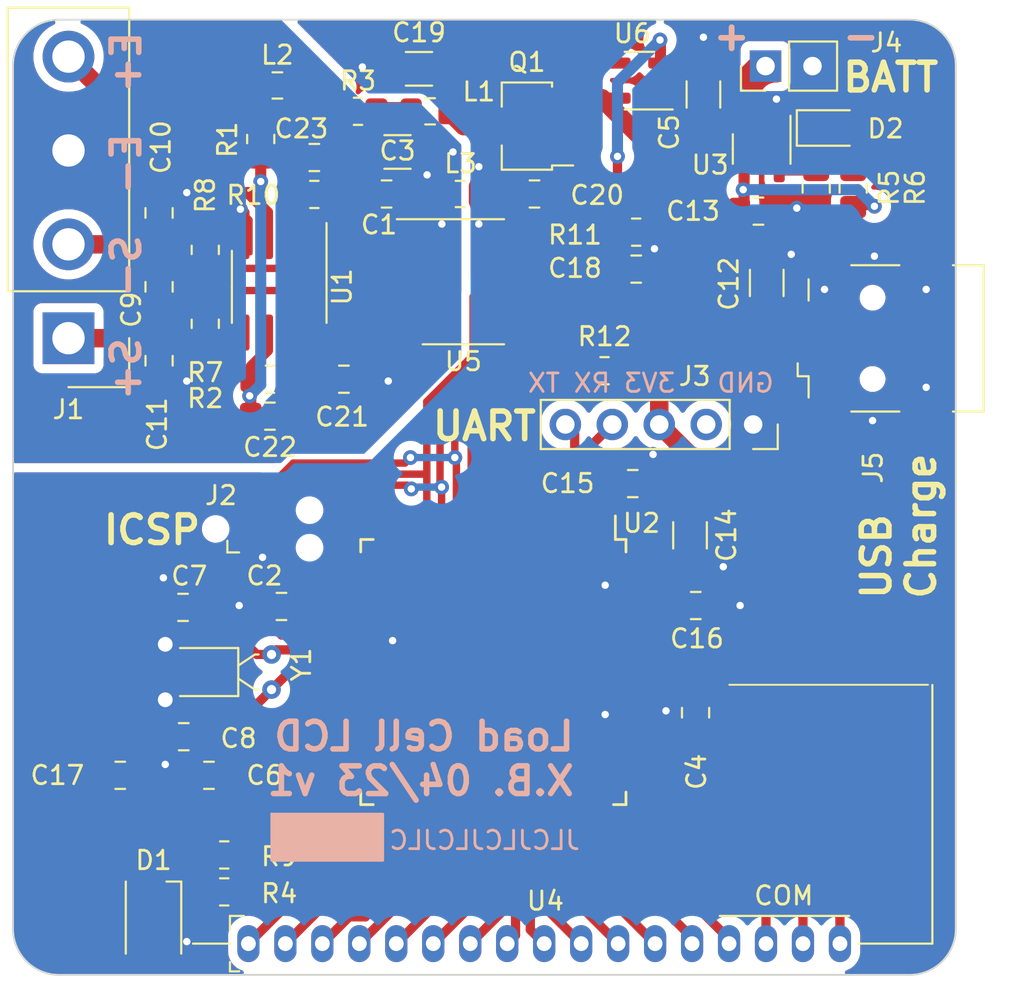
<source format=kicad_pcb>
(kicad_pcb (version 20221018) (generator pcbnew)
  (title_block (title "Load cell ctrl") (rev "v0") (company "Xavier Bourlot"))
  (layers (0 "F.Cu" signal) (31 "B.Cu" signal) (34 "B.Paste" user) (35 "F.Paste" user) (36 "B.SilkS" user "B.Silkscreen") (37 "F.SilkS" user "F.Silkscreen") (38 "B.Mask" user) (39 "F.Mask" user) (44 "Edge.Cuts" user))
  (net 0 "")
  (net 1 "+5V")
  (net 2 "+3.3V")
  (net 3 "GND")
  (net 4 "VDD")
  (net 5 "/Voutp")
  (net 6 "VDDA")
  (net 7 "GNDA")
  (net 8 "/Vfbp")
  (net 9 "/Vinn")
  (net 10 "/Vinp")
  (net 11 "/Vfbn")
  (net 12 "/Voutn")
  (net 30 "+BATT")
  (net 31 "/XT1")
  (net 32 "/XT2")
  (net 34 "/RX")
  (net 35 "/TX")
  (net 36 "/COM3")
  (net 37 "/COM2")
  (net 38 "/COM1")
  (net 39 "/COM0")
  (net 40 "Net-(D2-K)")
  (net 41 "Net-(D2-A)")
  (net 42 "Net-(L1-Pad1)")
  (net 43 "Net-(U3-PROG)")
  (net 47 "/Vinp_f")
  (net 48 "/Vinn_f")
  (net 49 "/Vlcdcap")
  (net 50 "/Aref")
  (net 51 "/SCK")
  (net 52 "/SEG12")
  (net 53 "/SEG11")
  (net 54 "/SEG10")
  (net 55 "/SEG9")
  (net 56 "/SEG8")
  (net 57 "/SEG7")
  (net 58 "/SEG6")
  (net 59 "/SEG5")
  (net 60 "/SEG4")
  (net 61 "/SEG3")
  (net 62 "/SEG2")
  (net 63 "/SEG1")
  (net 64 "/SEG0")
  (net 65 "/BTN0")
  (net 66 "/BTN1")
  (net 67 "Net-(D1-A1)")
  (net 68 "Net-(D1-A2)")
  (net 69 "/LED_1")
  (net 70 "/LED_0")
  (net 71 "/MISO")
  (net 72 "/~{RST}")
  (net 73 "/MOSI")
  (net 74 "/LC_SW")
  (net 75 "/PWR_en")
  (net 77 "/~{CSB}")
  (net 78 "/~{IRQ}")
  (net 80 "Net-(U6-~{SHDN})")
  (net 82 "Net-(J1-Pin_4)")
  (footprint "Capacitor_SMD:C_0805_2012Metric_Pad1.18x1.45mm_HandSolder" (layer "F.Cu") (at 102.21 35.935 180)
    (fp_text reference "C20")
    (fp_text value "100n")
  )
  (footprint "Capacitor_SMD:C_1206_3216Metric_Pad1.33x1.80mm_HandSolder" (layer "F.Cu") (at 110.625 54.41 -90)
    (fp_text reference "C14")
    (fp_text value "10u")
  )
  (footprint "Resistor_SMD:R_0805_2012Metric_Pad1.20x1.40mm_HandSolder" (layer "F.Cu") (at 87.4 32.96 -90)
    (fp_text reference "R1")
    (fp_text value "220")
  )
  (footprint "Capacitor_SMD:C_0805_2012Metric_Pad1.18x1.45mm_HandSolder" (layer "F.Cu") (at 83.235 65.31 180)
    (fp_text reference "C8")
    (fp_text value "DNP")
  )
  (footprint "Inductor_SMD:L_0805_2012Metric_Pad1.15x1.40mm_HandSolder" (layer "F.Cu") (at 96.5625 31.46)
    (fp_text reference "L1")
    (fp_text value "10u")
  )
  (footprint "Capacitor_SMD:C_0805_2012Metric_Pad1.18x1.45mm_HandSolder" (layer "F.Cu") (at 88.5225 58.26 180)
    (fp_text reference "C2")
    (fp_text value "100n")
  )
  (footprint "Capacitor_SMD:C_0805_2012Metric_Pad1.18x1.45mm_HandSolder" (layer "F.Cu") (at 87.9 47.96 180)
    (fp_text reference "C22")
    (fp_text value "10n")
  )
  (footprint "Resistor_SMD:R_0805_2012Metric_Pad1.20x1.40mm_HandSolder" (layer "F.Cu") (at 117.45 35.6375 -90)
    (fp_text reference "R5")
    (fp_text value "5k1")
  )
  (footprint "Connector:Tag-Connect_TC2030-IDC-NL_2x03_P1.27mm_Vertical" (layer "F.Cu") (at 87.5 54.065)
    (fp_text reference "J2")
    (fp_text value "ICSP_TagConnect")
  )
  (footprint "Package_TO_SOT_SMD:SOT-89-3_Handsoldering" (layer "F.Cu") (at 101.8 32.26 180)
    (fp_text reference "Q1")
    (fp_text value "Q_PMOS_GDS")
  )
  (footprint "Capacitor_SMD:C_0805_2012Metric_Pad1.18x1.45mm_HandSolder" (layer "F.Cu") (at 94.21 35.935)
    (fp_text reference "C1")
    (fp_text value "100n")
  )
  (footprint "Package_TO_SOT_SMD:SOT-23-5" (layer "F.Cu") (at 114.5 33.5 -90)
    (fp_text reference "U3")
    (fp_text value "MCP73831-2-OT")
  )
  (footprint "Connector_PinHeader_2.54mm:PinHeader_1x02_P2.54mm_Vertical" (layer "F.Cu") (at 114.71 29.0125 90)
    (fp_text reference "J4")
    (fp_text value "BATT")
  )
  (footprint "Capacitor_SMD:C_0805_2012Metric_Pad1.18x1.45mm_HandSolder" (layer "F.Cu") (at 79.8 67.4)
    (fp_text reference "C17")
    (fp_text value "100n")
  )
  (footprint "Capacitor_SMD:C_0805_2012Metric_Pad1.18x1.45mm_HandSolder" (layer "F.Cu") (at 114.325 36.8625)
    (fp_text reference "C13")
    (fp_text value "100n")
  )
  (footprint "Capacitor_SMD:C_0805_2012Metric_Pad1.18x1.45mm_HandSolder" (layer "F.Cu") (at 107.7125 40)
    (fp_text reference "C18")
    (fp_text value "100n")
  )
  (footprint "Capacitor_SMD:C_0805_2012Metric_Pad1.18x1.45mm_HandSolder" (layer "F.Cu") (at 110.935 58.21)
    (fp_text reference "C16")
    (fp_text value "100n")
  )
  (footprint "Capacitor_SMD:C_0805_2012Metric_Pad1.18x1.45mm_HandSolder" (layer "F.Cu") (at 107.525 51.61)
    (fp_text reference "C15")
    (fp_text value "1u")
  )
  (footprint "Resistor_SMD:R_0805_2012Metric_Pad1.20x1.40mm_HandSolder" (layer "F.Cu") (at 90.3 35.96 180)
    (fp_text reference "R10")
    (fp_text value "47k")
  )
  (footprint "Capacitor_SMD:C_0805_2012Metric_Pad1.18x1.45mm_HandSolder" (layer "F.Cu") (at 91.9 45.96)
    (fp_text reference "C21")
    (fp_text value "100n")
  )
  (footprint "Package_SO:SOIC-8_3.9x4.9mm_P1.27mm" (layer "F.Cu") (at 88.4 40.96 -90)
    (fp_text reference "U1")
    (fp_text value "MCP6V67EMS")
  )
  (footprint "Resistor_SMD:R_0805_2012Metric_Pad1.20x1.40mm_HandSolder" (layer "F.Cu") (at 92.6625 31.46)
    (fp_text reference "R3")
    (fp_text value "10")
  )
  (footprint "Capacitor_SMD:C_0805_2012Metric_Pad1.18x1.45mm_HandSolder" (layer "F.Cu") (at 83.1975 58.31 180)
    (fp_text reference "C7")
    (fp_text value "DNP")
  )
  (footprint "Resistor_SMD:R_0805_2012Metric_Pad1.20x1.40mm_HandSolder" (layer "F.Cu") (at 87.9 45.96)
    (fp_text reference "R2")
    (fp_text value "47k")
  )
  (footprint "LED_SMD:LED_Cree-PLCC4_3.2x2.8mm_CCW" (layer "F.Cu") (at 81.6 75.1 -90)
    (fp_text reference "D1")
    (fp_text value "LED_Dual")
  )
  (footprint "Resistor_SMD:R_0805_2012Metric_Pad1.20x1.40mm_HandSolder" (layer "F.Cu") (at 84.4 42.96 -90)
    (fp_text reference "R7")
    (fp_text value "220")
  )
  (footprint "Capacitor_SMD:C_1206_3216Metric_Pad1.33x1.80mm_HandSolder" (layer "F.Cu") (at 111.35 30.55 90)
    (fp_text reference "C5")
    (fp_text value "10u")
  )
  (footprint "Crystal:Crystal_C26-LF_D2.1mm_L6.5mm_Horizontal_1EP_style2" (layer "F.Cu") (at 87.985 60.86 -90)
    (fp_text reference "Y1")
    (fp_text value "DNP")
  )
  (footprint "footprints:GDC0570_LCD_6digits_2mmPitch" (layer "F.Cu") (at 102.735 76.51)
    (fp_text reference "U4")
    (fp_text value "GDC0570")
  )
  (footprint "Capacitor_SMD:C_1206_3216Metric_Pad1.33x1.80mm_HandSolder" (layer "F.Cu") (at 95.9625 29.16 180)
    (fp_text reference "C19")
    (fp_text value "10u")
  )
  (footprint "Resistor_SMD:R_0805_2012Metric_Pad1.20x1.40mm_HandSolder" (layer "F.Cu") (at 85.425 73.71 180)
    (fp_text reference "R4")
    (fp_text value "1k")
  )
  (footprint "Resistor_SMD:R_0805_2012Metric_Pad1.20x1.40mm_HandSolder" (layer "F.Cu") (at 107.7125 38)
    (fp_text reference "R11")
    (fp_text value "1Meg")
  )
  (footprint "Connector_PinSocket_2.54mm:PinSocket_1x05_P2.54mm_Vertical" (layer "F.Cu") (at 114.04 48.41 -90)
    (fp_text reference "J3")
    (fp_text value "UART")
  )
  (footprint "Capacitor_SMD:C_1206_3216Metric_Pad1.33x1.80mm_HandSolder" (layer "F.Cu") (at 114.775 40.75 90)
    (fp_text reference "C12")
    (fp_text value "10u")
  )
  (footprint "LED_SMD:LED_0805_2012Metric_Pad1.15x1.40mm_HandSolder" (layer "F.Cu") (at 118.2625 32.3625)
    (fp_text reference "D2")
    (fp_text value "CHG")
  )
  (footprint "Package_SO:TSSOP-20_4.4x6.5mm_P0.65mm" (layer "F.Cu") (at 98.3625 40.685)
    (fp_text reference "U5")
    (fp_text value "MCP3462")
  )
  (footprint "Inductor_SMD:L_0805_2012Metric_Pad1.15x1.40mm_HandSolder" (layer "F.Cu") (at 98.21 35.935)
    (fp_text reference "L3")
    (fp_text value "10u")
  )
  (footprint "Capacitor_SMD:C_0805_2012Metric_Pad1.18x1.45mm_HandSolder" (layer "F.Cu") (at 110.925 64.01 90)
    (fp_text reference "C4")
    (fp_text value "100n")
  )
  (footprint "Capacitor_SMD:C_0805_2012Metric_Pad1.18x1.45mm_HandSolder" (layer "F.Cu") (at 84.6 67.4 180)
    (fp_text reference "C6")
    (fp_text value "100n")
  )
  (footprint "Capacitor_SMD:C_0805_2012Metric_Pad1.18x1.45mm_HandSolder" (layer "F.Cu") (at 81.9 44.96 90)
    (fp_text reference "C11")
    (fp_text value "10n")
  )
  (footprint "Resistor_SMD:R_0805_2012Metric_Pad1.20x1.40mm_HandSolder" (layer "F.Cu") (at 85.425 71.71 180)
    (fp_text reference "R9")
    (fp_text value "1k")
  )
  (footprint "Connector_USB:USB_Mini-B_Wuerth_65100516121_Horizontal" (layer "F.Cu") (at 120.5 43.75 90)
    (fp_text reference "J5")
    (fp_text value "USB_B_Micro")
  )
  (footprint "Resistor_SMD:R_0805_2012Metric_Pad1.20x1.40mm_HandSolder" (layer "F.Cu") (at 106 45.5 180)
    (fp_text reference "R12")
    (fp_text value "47k")
  )
  (footprint "Package_QFP:TQFP-64_14x14mm_P0.8mm" (layer "F.Cu") (at 99.985 61.81 -90)
    (fp_text reference "U2")
    (fp_text value "ATmega169A-A")
  )
  (footprint "Package_TO_SOT_SMD:SOT-23-5" (layer "F.Cu") (at 107.8875 29.8 180)
    (fp_text reference "U6")
    (fp_text value "MCP1711")
  )
  (footprint "Capacitor_SMD:C_1206_3216Metric_Pad1.33x1.80mm_HandSolder" (layer "F.Cu") (at 94.8 33.66)
    (fp_text reference "C3")
    (fp_text value "10u")
  )
  (footprint "Resistor_SMD:R_0805_2012Metric_Pad1.20x1.40mm_HandSolder" (layer "F.Cu") (at 84.4 38.96 90)
    (fp_text reference "R8")
    (fp_text value "220")
  )
  (footprint "Inductor_SMD:L_0805_2012Metric_Pad1.15x1.40mm_HandSolder" (layer "F.Cu") (at 88.3 30.06)
    (fp_text reference "L2")
    (fp_text value "10u")
  )
  (footprint "Capacitor_SMD:C_0805_2012Metric_Pad1.18x1.45mm_HandSolder" (layer "F.Cu") (at 81.9 36.96 90)
    (fp_text reference "C10")
    (fp_text value "10n")
  )
  (footprint "Connector_Samtec_HPM_THT:Samtec_HPM-04-01-x-S_Straight_1x04_Pitch5.08mm" (layer "F.Cu") (at 77 43.74 180)
    (fp_text reference "J1")
    (fp_text value "Load cells" hide)
  )
  (footprint "Capacitor_SMD:C_0805_2012Metric_Pad1.18x1.45mm_HandSolder" (layer "F.Cu") (at 81.9 40.96 90)
    (fp_text reference "C9")
    (fp_text value "100n")
  )
  (footprint "Resistor_SMD:R_0805_2012Metric_Pad1.20x1.40mm_HandSolder" (layer "F.Cu") (at 119.45 35.6375 90)
    (fp_text reference "R6")
    (fp_text value "1k")
  )
  (footprint "Capacitor_SMD:C_0805_2012Metric_Pad1.18x1.45mm_HandSolder" (layer "F.Cu") (at 90.3 33.96)
    (fp_text reference "C23")
    (fp_text value "10n")
  )
  (gr_rect (start 88 69.5) (end 94 72) (stroke (width 0.15)) (fill solid) (layer "B.SilkS"))
  (gr_line (start 123.5 62.5) (end 112.75 62.5) (stroke (width 0.1)) (layer "F.SilkS"))
  (gr_line (start 74 29) (end 74 75.7) (stroke (width 0.1)) (layer "Edge.Cuts"))
  (gr_line (start 76.5 26.5) (end 122.5 26.5) (stroke (width 0.1)) (layer "Edge.Cuts"))
  (gr_line (start 76.5 78.2) (end 122.5 78.2) (stroke (width 0.1)) (layer "Edge.Cuts"))
  (gr_arc (start 125 75.7) (mid 124.267767 77.467767) (end 122.5 78.2) (stroke (width 0.1)) (layer "Edge.Cuts"))
  (gr_arc (start 122.5 26.5) (mid 124.267767 27.232233) (end 125 29) (stroke (width 0.1)) (layer "Edge.Cuts"))
  (gr_arc (start 76.5 78.2) (mid 74.732233 77.467767) (end 74 75.7) (stroke (width 0.1)) (layer "Edge.Cuts"))
  (gr_line (start 125 75.7) (end 125 29) (stroke (width 0.1)) (layer "Edge.Cuts"))
  (gr_arc (start 74 29) (mid 74.732233 27.232233) (end 76.5 26.5) (stroke (width 0.1)) (layer "Edge.Cuts"))
  (gr_text "-" (at 118.75 28.25) (layer "B.SilkS") (effects (font (size 1.5 1.5) (thickness 0.3) bold) (justify left bottom)))
  (gr_text "GND   3V3 RX TX" (at 115.25 46.75) (layer "B.SilkS") (effects (font (size 1 1)) (justify left bottom mirror)))
  (gr_text "Load Cell LCD\nX.B. 04/23 v1" (at 104.5 66.5) (layer "B.SilkS") (effects (font (size 1.5 1.5) (thickness 0.3) bold) (justify left mirror)))
  (gr_text "+" (at 111.75 28.25) (layer "B.SilkS") (effects (font (size 1.5 1.5) (thickness 0.3) bold) (justify left bottom)))
  (gr_text "JLCJLCJLCJLC" (at 104.75 71.5) (layer "B.SilkS") (effects (font (size 1 1)) (justify left bottom mirror)))
  (gr_text "E+  E-  S-  S+" (at 81 27 90) (layer "B.SilkS") (effects (font (size 1.5 1.5) (thickness 0.3) bold) (justify left bottom mirror)))
  (gr_text "ICSP" (at 78.75 55) (layer "F.SilkS") (effects (font (size 1.5 1.5) (thickness 0.3) bold) (justify left bottom)))
  (gr_text "-" (at 118.75 28.25) (layer "F.SilkS") (effects (font (size 1.5 1.5) (thickness 0.3) bold) (justify left bottom)))
  (gr_text "COM" (at 114 74.5) (layer "F.SilkS") (effects (font (size 1 1)) (justify left bottom)))
  (gr_text "USB\nCharge" (at 124 58 90) (layer "F.SilkS") (effects (font (size 1.5 1.5) (thickness 0.3) bold) (justify left bottom)))
  (gr_text "+" (at 111.75 28.25) (layer "F.SilkS") (effects (font (size 1.5 1.5) (thickness 0.3) bold) (justify left bottom)))
  (gr_text "BATT" (at 118.75 30.5) (layer "F.SilkS") (effects (font (size 1.5 1.5) (thickness 0.3) bold) (justify left bottom)))
  (segment (start 117.9 45.35) (end 115.875 45.35) (width 0.5) (layer "F.Cu") (net 1))
  (segment (start 113.5 35.7) (end 113.55 35.75) (width 0.6) (layer "F.Cu") (net 1))
  (segment (start 112.5 37.65) (end 113.2875 36.8625) (width 0.8) (layer "F.Cu") (net 1))
  (segment (start 113.55 36.6) (end 113.2875 36.8625) (width 0.6) (layer "F.Cu") (net 1))
  (segment (start 114.775 42.3125) (end 114.775 44.25) (width 0.8) (layer "F.Cu") (net 1))
  (segment (start 113.55 35.65) (end 113.5 35.7) (width 0.6) (layer "F.Cu") (net 1))
  (segment (start 113.3125 42.3125) (end 112.5 41.5) (width 0.8) (layer "F.Cu") (net 1))
  (segment (start 112.5 41.5) (end 112.5 37.65) (width 0.8) (layer "F.Cu") (net 1))
  (segment (start 114.775 42.3125) (end 113.3125 42.3125) (width 0.8) (layer "F.Cu") (net 1))
  (segment (start 113.55 35.75) (end 113.55 36.6) (width 0.6) (layer "F.Cu") (net 1))
  (segment (start 113.55 34.6375) (end 113.55 35.65) (width 0.6) (layer "F.Cu") (net 1))
  (segment (start 114.775 44.25) (end 115.875 45.35) (width 0.8) (layer "F.Cu") (net 1))
  (segment (start 119.45 36.6375) (end 120.6 36.6) (width 0.4) (layer "F.Cu") (net 1))
  (via (at 113.5 35.7) (size 0.8) (drill 0.4) (layers "F.Cu" "B.Cu") (net 1))
  (via (at 120.6 36.6) (size 0.8) (drill 0.4) (layers "F.Cu" "B.Cu") (net 1))
  (segment (start 113.5 35.7) (end 119.7 35.7) (width 0.6) (layer "B.Cu") (net 1))
  (segment (start 119.7 35.7) (end 120.6 36.6) (width 0.6) (layer "B.Cu") (net 1))
  (segment (start 95.025 59.01) (end 104.625 59.01) (width 1) (layer "F.Cu") (net 2))
  (segment (start 92.285 59.01) (end 90.31 59.01) (width 0.5) (layer "F.Cu") (net 2))
  (segment (start 110.625 50.075) (end 110.625 52.8475) (width 1) (layer "F.Cu") (net 2))
  (segment (start 107.685 65.41) (end 110.5625 65.41) (width 0.5) (layer "F.Cu") (net 2))
  (segment (start 105.035 59.11) (end 105.035 56.61) (width 0.5) (layer "F.Cu") (net 2))
  (segment (start 104.625 59.01) (end 104.625 64.76) (width 1) (layer "F.Cu") (net 2))
  (segment (start 106.75 30.75) (end 104.26 30.75) (width 0.6) (layer "F.Cu") (net 2))
  (segment (start 107.685 55.7875) (end 110.625 52.8475) (width 0.5) (layer "F.Cu") (net 2))
  (segment (start 104.625 64.76) (end 105.325 65.46) (width 1) (layer "F.Cu") (net 2))
  (segment (start 107.685 55.81) (end 107.685 55.7875) (width 0.5) (layer "F.Cu") (net 2))
  (segment (start 110.4 35.3) (end 105.86 30.76) (width 1) (layer "F.Cu") (net 2))
  (segment (start 105.835 55.81) (end 107.685 55.81) (width 0.5) (layer "F.Cu") (net 2))
  (segment (start 108.96 48.41) (end 110.625 50.075) (width 1) (layer "F.Cu") (net 2))
  (segment (start 92.285 59.01) (end 95.025 59.01) (width 0.5) (layer "F.Cu") (net 2))
  (segment (start 86.9 56.6) (end 88.5 56.6) (width 0.6) (layer "F.Cu") (net 2))
  (segment (start 88.5 56.6) (end 89.56 57.66) (width 0.6) (layer "F.Cu") (net 2))
  (segment (start 108.96 46.04) (end 108.96 48.41) (width 1) (layer "F.Cu") (net 2))
  (segment (start 107.685 65.41) (end 105.635 65.41) (width 0.5) (layer "F.Cu") (net 2))
  (segment (start 86.23 54.7) (end 86.23 55.93) (width 0.6) (layer "F.Cu") (net 2))
  (segment (start 90.31 59.01) (end 89.56 58.26) (width 0.5) (layer "F.Cu") (net 2))
  (segment (start 105.86 30.76) (end 104.25 30.76) (width 1) (layer "F.Cu") (net 2))
  (segment (start 105.035 56.61) (end 105.835 55.81) (width 0.5) (layer "F.Cu") (net 2))
  (segment (start 110.4 44.6) (end 108.96 46.04) (width 1) (layer "F.Cu") (net 2))
  (segment (start 110.5625 65.41) (end 110.925 65.0475) (width 0.5) (layer "F.Cu") (net 2))
  (segment (start 89.56 57.66) (end 89.56 58.26) (width 0.6) (layer "F.Cu") (net 2))
  (segment (start 110.4 35.3) (end 110.4 44.6) (width 1) (layer "F.Cu") (net 2))
  (segment (start 104.26 30.75) (end 104.25 30.76) (width 0.6) (layer "F.Cu") (net 2))
  (segment (start 86.23 55.93) (end 86.9 56.6) (width 0.6) (layer "F.Cu") (net 2))
  (segment (start 120.6 39.3) (end 120.65 39.35) (width 1.5) (layer "F.Cu") (net 3))
  (segment (start 120.5 48.2) (end 120.45 48.15) (width 1.5) (layer "F.Cu") (net 3))
  (segment (start 115.25 30.75) (end 115.3 30.8) (width 0.6) (layer "F.Cu") (net 3))
  (segment (start 87.5 54.7) (end 87.5 55.6) (width 0.6) (layer "F.Cu") (net 3))
  (segment (start 116.4625 36.6375) (end 116.4 36.7) (width 0.6) (layer "F.Cu") (net 3))
  (segment (start 82.235 66.81) (end 82.1975 66.8475) (width 0.5) (layer "F.Cu") (net 3))
  (segment (start 99.85 38.41) (end 99.235 37.795) (width 0.5) (layer "F.Cu") (net 3))
  (segment (start 101.1725 35.935) (end 99.235 35.935) (width 1) (layer "F.Cu") (net 3))
  (segment (start 120.45 48.15) (end 117.9 48.15) (width 1.5) (layer "F.Cu") (net 3))
  (segment (start 92.9 29.06) (end 94.3 29.06) (width 0.8) (layer "F.Cu") (net 3))
  (segment (start 117.25 30.214581) (end 117.25 29.0125) (width 0.8) (layer "F.Cu") (net 3))
  (segment (start 82.1975 66.7725) (end 82.235 66.81) (width 0.5) (layer "F.Cu") (net 3))
  (segment (start 110.1875 56.61) (end 110.725 56.0725) (width 0.5) (layer "F.Cu") (net 3))
  (segment (start 116.0875 39.1875) (end 116.1 39.2) (width 0.8) (layer "F.Cu") (net 3))
  (segment (start 111.35 28.9875) (end 111.35 27.45) (width 0.8) (layer "F.Cu") (net 3))
  (segment (start 114.5 32.3625) (end 114.5 31.5) (width 0.6) (layer "F.Cu") (net 3))
  (segment (start 99.235 37.525) (end 99.235 35.935) (width 0.5) (layer "F.Cu") (net 3))
  (segment (start 108.525 51.6475) (end 108.5625 51.61) (width 0.5) (layer "F.Cu") (net 3))
  (segment (start 117.7375 39.1875) (end 117.9 39.35) (width 0.8) (layer "F.Cu") (net 3))
  (segment (start 123.4 48.15) (end 120.55 48.15) (width 1.5) (layer "F.Cu") (net 3))
  (segment (start 116.4 36.7) (end 116.3375 36.6375) (width 0.6) (layer "F.Cu") (net 3))
  (segment (start 82.2 66.845) (end 82.235 66.81) (width 0.5) (layer "F.Cu") (net 3))
  (segment (start 120.55 39.35) (end 120.6 39.3) (width 1.5) (layer "F.Cu") (net 3))
  (segment (start 108.75 40) (end 108.75 38.0375) (width 0.8) (layer "F.Cu") (net 3))
  (segment (start 109.025 29.8) (end 110.5375 29.8) (width 0.6) (layer "F.Cu") (net 3))
  (segment (start 123.4 41.1) (end 123.4 46.4) (width 1.5) (layer "F.Cu") (net 3))
  (segment (start 82.2 67.4) (end 83.5625 67.4) (width 0.5) (layer "F.Cu") (net 3))
  (segment (start 99.235 37.795) (end 99.235 37.595) (width 0.5) (layer "F.Cu") (net 3))
  (segment (start 82.16 60.235) (end 82.235 60.31) (width 0.5) (layer "F.Cu") (net 3))
  (segment (start 82.1975 65.31) (end 82.1975 63.3475) (width 0.5) (layer "F.Cu") (net 3))
  (segment (start 92.285 59.81) (end 88.535 59.81) (width 0.5) (layer "F.Cu") (net 3))
  (segment (start 87.485 58.76) (end 87.485 58.26) (width 0.5) (layer "F.Cu") (net 3))
  (segment (start 106.135 64.21) (end 106.535 64.61) (width 0.5) (layer "F.Cu") (net 3))
  (segment (start 82.16 58.31) (end 82.135 56.71) (width 0.5) (layer "F.Cu") (net 3))
  (segment (start 88.535 59.81) (end 87.485 58.76) (width 0.5) (layer "F.Cu") (net 3))
  (segment (start 99.2 37.56) (end 99.235 37.525) (width 0.5) (layer "F.Cu") (net 3))
  (segment (start 107.685 56.61) (end 106.535 56.61) (width 0.5) (layer "F.Cu") (net 3))
  (segment (start 113.335 58.21) (end 111.9725 58.21) (width 0.5) (layer "F.Cu") (net 3))
  (segment (start 106.535 56.61) (end 106.135 57.01) (width 0.5) (layer "F.Cu") (net 3))
  (segment (start 116.1125 39.1875) (end 117.7375 39.1875) (width 0.8) (layer "F.Cu") (net 3))
  (segment (start 107.685 56.61) (end 110.1875 56.61) (width 0.5) (layer "F.Cu") (net 3))
  (segment (start 116.664581 30.8) (end 117.25 30.214581) (width 0.8) (layer "F.Cu") (net 3))
  (segment (start 82.3 76.35) (end 83.35 76.35) (width 0.8) (layer "F.Cu") (net 3))
  (segment (start 112.425 56.11) (end 110.7625 56.11) (width 0.5) (layer "F.Cu") (net 3))
  (segment (start 108.7125 39.9625) (end 108.75 40) (width 0.5) (layer "F.Cu") (net 3))
  (segment (start 114.8875 39.075) (end 114.775 39.1875) (width 0.6) (layer "F.Cu") (net 3))
  (segment (start 106.135 57.01) (end 106.035 57.11) (width 0.5) (layer "F.Cu") (net 3))
  (segment (start 106.035 64.11) (end 106.135 64.21) (width 0.5) (layer "F.Cu") (net 3))
  (segment (start 101.225 38.41) (end 99.85 38.41) (width 0.5) (layer "F.Cu") (net 3))
  (segment (start 115.5875 36.6375) (end 115.3625 36.8625) (width 0.6) (layer "F.Cu") (net 3))
  (segment (start 83.35 76.35) (end 83.4 76.4) (width 0.8) (layer "F.Cu") (net 3))
  (segment (start 123.4 46.4) (end 123.4 48.15) (width 1.5) (layer "F.Cu") (net 3))
  (segment (start 117.64 48.41) (end 117.9 48.15) (width 1.5) (layer "F.Cu") (net 3))
  (segment (start 108.725 64.61) (end 109.325 64.01) (width 0.5) (layer "F.Cu") (net 3))
  (segment (start 107.685 64.61) (end 108.725 64.61) (width 0.5) (layer "F.Cu") (net 3))
  (segment (start 108.625 50.02875) (end 108.625 51.59125) (width 0.5) (layer "F.Cu") (net 3))
  (segment (start 94.3 29.06) (end 94.4 29.16) (width 0.8) (layer "F.Cu") (net 3))
  (segment (start 92.285 59.81) (end 94.235 59.81) (width 0.5) (layer "F.Cu") (net 3))
  (segment (start 110.5375 29.8) (end 111.35 28.9875) (width 0.6) (layer "F.Cu") (net 3))
  (segment (start 86.235 58.21) (end 86.185 58.26) (width 0.5) (layer "F.Cu") (net 3))
  (segment (start 117.9 42.15) (end 117.9 41.1) (width 0.5) (layer "F.Cu") (net 3))
  (segment (start 87.485 58.26) (end 86.235 58.21) (width 0.5) (layer "F.Cu") (net 3))
  (segment (start 82.1975 66.8475) (end 82.1975 66.9725) (width 0.5) (layer "F.Cu") (net 3))
  (segment (start 82.135 56.71) (end 82.16 56.735) (width 0.5) (layer "F.Cu") (net 3))
  (segment (start 114.5 31.5) (end 115.25 30.75) (width 0.6) (layer "F.Cu") (net 3))
  (segment (start 116.3375 36.6375) (end 115.5875 36.6375) (width 0.6) (layer "F.Cu") (net 3))
  (segment (start 116.1 39.2) (end 116.1125 39.1875) (width 0.8) (layer "F.Cu") (net 3))
  (segment (start 99.2 34.46) (end 99.235 34.495) (width 0.8) (layer "F.Cu") (net 3))
  (segment (start 94.235 59.81) (end 94.535 60.11) (width 0.5) (layer "F.Cu") (net 3))
  (segment (start 123.4 39.35) (end 123.4 41.1) (width 1.5) (layer "F.Cu") (net 3))
  (segment (start 80.8125 76.4375) (end 80.9 76.35) (width 0.8) (layer "F.Cu") (net 3))
  (segment (start 106.035 57.11) (end 106.035 64.11) (width 0.5) (layer "F.Cu") (net 3))
  (segment (start 80.8375 67.4) (end 82.2 67.4) (width 0.5) (layer "F.Cu") (net 3))
  (segment (start 108.7 38.9) (end 108.7125 38.9125) (width 0.5) (layer "F.Cu") (net 3))
  (segment (start 117.9 41.1) (end 117.9 39.35) (width 0.5) (layer "F.Cu") (net 3))
  (segment (start 82.16 58.31) (end 82.16 60.235) (width 0.5) (layer "F.Cu") (net 3))
  (segment (start 99.235 35.935) (end 99.2 34.46) (width 0.8) (layer "F.Cu") (net 3))
  (segment (start 106.535 64.61) (end 107.685 64.61) (width 0.5) (layer "F.Cu") (net 3))
  (segment (start 117.9 39.35) (end 120.55 39.35) (width 1.5) (layer "F.Cu") (net 3))
  (segment (start 108.7125 38.8875) (end 108.7 38.9) (width 0.5) (layer "F.Cu") (net 3))
  (segment (start 117.25 30) (end 117.25 29.0125) (width 0.6) (layer "F.Cu") (net 3))
  (segment (start 110.2625 62.9725) (end 109.325 63.91) (width 0.5) (layer "F.Cu") (net 3))
  (segment (start 114.565 48.41) (end 118.115 48.41) (width 1.5) (layer "F.Cu") (net 3))
  (segment (start 114.775 39.1875) (end 116.0875 39.1875) (width 0.8) (layer "F.Cu") (net 3))
  (segment (start 99.235 37.595) (end 99.2 37.56) (width 0.5) (layer "F.Cu") (net 3))
  (segment (start 82.2 67.4) (end 82.2 66.845) (width 0.5) (layer "F.Cu") (net 3))
  (segment (start 80.9 76.35) (end 82.25 76.35) (width 0.8) (layer "F.Cu") (net 3))
  (segment (start 110.7625 56.11) (end 110.725 56.0725) (width 0.5) (layer "F.Cu") (net 3))
  (segment (start 108.75 38.0375) (end 108.7125 38) (width 0.8) (layer "F.Cu") (net 3))
  (segment (start 82.1975 63.3475) (end 82.235 63.31) (width 0.5) (layer "F.Cu") (net 3))
  (segment (start 120.65 39.35) (end 123.4 39.35) (width 1.5) (layer "F.Cu") (net 3))
  (segment (start 117.45 36.6375) (end 116.4625 36.6375) (width 0.6) (layer "F.Cu") (net 3))
  (segment (start 120.55 48.15) (end 120.5 48.2) (width 1.5) (layer "F.Cu") (net 3))
  (segment (start 115.3 30.8) (end 116.664581 30.8) (width 0.8) (layer "F.Cu") (net 3))
  (segment (start 82.1975 65.31) (end 82.1975 66.7725) (width 0.5) (layer "F.Cu") (net 3))
  (segment (start 110.925 62.9725) (end 110.2625 62.9725) (width 0.5) (layer "F.Cu") (net 3))
  (via (at 106.035 57.11) (size 0.8) (drill 0.4) (layers "F.Cu" "B.Cu") (net 3))
  (via (at 99.2 34.46) (size 0.8) (drill 0.4) (layers "F.Cu" "B.Cu") (net 3))
  (via (at 116.1 39.2) (size 0.8) (drill 0.4) (layers "F.Cu" "B.Cu") (net 3))
  (via (at 112.425 56.11) (size 0.8) (drill 0.4) (layers "F.Cu" "B.Cu") (net 3))
  (via (at 106.035 64.11) (size 0.8) (drill 0.4) (layers "F.Cu" "B.Cu") (net 3))
  (via (at 82.235 66.81) (size 0.8) (drill 0.4) (layers "F.Cu" "B.Cu") (net 3))
  (via (at 99.2 37.56) (size 0.8) (drill 0.4) (layers "F.Cu" "B.Cu") (net 3))
  (via (at 108.625 50.02875) (size 0.8) (drill 0.4) (layers "F.Cu" "B.Cu") (net 3))
  (via (at 120.5 48.2) (size 0.8) (drill 0.4) (layers "F.Cu" "B.Cu") (net 3))
  (via (at 94.535 60.11) (size 0.8) (drill 0.4) (layers "F.Cu" "B.Cu") (net 3))
  (via (at 86.235 58.21) (size 0.8) (drill 0.4) (layers "F.Cu" "B.Cu") (net 3))
  (via (at 123.4 41.1) (size 0.8) (drill 0.4) (layers "F.Cu" "B.Cu") (net 3))
  (via (at 83.4 76.4) (size 0.8) (drill 0.4) (layers "F.Cu" "B.Cu") (net 3))
  (via (at 117.9 41.1) (size 0.8) (drill 0.4) (layers "F.Cu" "B.Cu") (net 3))
  (via (at 87.5 55.6) (size 0.8) (drill 0.4) (layers "F.Cu" "B.Cu") (net 3))
  (via (at 111.35 27.45) (size 0.8) (drill 0.4) (layers "F.Cu" "B.Cu") (net 3))
  (via (at 123.4 46.4) (size 0.8) (drill 0.4) (layers "F.Cu" "B.Cu") (net 3))
  (via (at 116.4 36.7) (size 0.8) (drill 0.4) (layers "F.Cu" "B.Cu") (net 3))
  (via (at 115.3 30.8) (size 0.8) (drill 0.4) (layers "F.Cu" "B.Cu") (net 3))
  (via (at 109.325 63.91) (size 0.8) (drill 0.4) (layers "F.Cu" "B.Cu") (net 3))
  (via (at 108.7 38.9) (size 0.8) (drill 0.4) (layers "F.Cu" "B.Cu") (net 3))
  (via (at 120.6 39.3) (size 0.8) (drill 0.4) (layers "F.Cu" "B.Cu") (net 3))
  (via (at 113.335 58.21) (size 0.8) (drill 0.4) (layers "F.Cu" "B.Cu") (net 3))
  (via (at 82.135 56.71) (size 0.8) (drill 0.4) (layers "F.Cu" "B.Cu") (net 3))
  (via (at 92.9 29.06) (size 0.8) (drill 0.4) (layers "F.Cu" "B.Cu") (net 3))
  (segment (start 101.8 34.406497) (end 101.8 33.06) (width 1) (layer "F.Cu") (net 4))
  (segment (start 97.5875 29.2225) (end 97.525 29.16) (width 1) (layer "F.Cu") (net 4))
  (segment (start 102.4 37.76) (end 103.2475 36.9125) (width 0.4) (layer "F.Cu") (net 4))
  (segment (start 97.5875 31.46) (end 97.5875 29.2225) (width 1) (layer "F.Cu") (net 4))
  (segment (start 97.5875 31.46) (end 98.3875 32.26) (width 1) (layer "F.Cu") (net 4))
  (segment (start 103.2475 35.935) (end 103.2475 35.853997) (width 1) (layer "F.Cu") (net 4))
  (segment (start 98.3875 32.26) (end 98.7 32.26) (width 1) (layer "F.Cu") (net 4))
  (segment (start 101.225 37.76) (end 102.4 37.76) (width 0.4) (layer "F.Cu") (net 4))
  (segment (start 103.2475 36.9125) (end 103.2475 35.935) (width 0.4) (layer "F.Cu") (net 4))
  (segment (start 103.2475 35.853997) (end 101.8 34.406497) (width 1) (layer "F.Cu") (net 4))
  (segment (start 89.035 43.435) (end 89.035 45.825) (width 0.6) (layer "F.Cu") (net 5))
  (segment (start 90.851678 41.9595) (end 91.202178 42.31) (width 0.4) (layer "F.Cu") (net 5))
  (segment (start 88.9 45.96) (end 88.9 47.9225) (width 0.6) (layer "F.Cu") (net 5))
  (segment (start 88.9 47.9225) (end 88.9375 47.96) (width 0.6) (layer "F.Cu") (net 5))
  (segment (start 89.5005 41.9595) (end 90.851678 41.9595) (width 0.4) (layer "F.Cu") (net 5))
  (segment (start 89.035 45.825) (end 88.9 45.96) (width 0.6) (layer "F.Cu") (net 5))
  (segment (start 89.035 42.425) (end 89.5005 41.9595) (width 0.4) (layer "F.Cu") (net 5))
  (segment (start 89.035 43.435) (end 89.035 42.425) (width 0.4) (layer "F.Cu") (net 5))
  (segment (start 91.202178 42.31) (end 95.5 42.31) (width 0.4) (layer "F.Cu") (net 5))
  (segment (start 89.6375 30.06) (end 89.325 30.06) (width 1) (layer "F.Cu") (net 6))
  (segment (start 95.5 39.71) (end 96.9 39.71) (width 0.4) (layer "F.Cu") (net 6))
  (segment (start 93.65 39.71) (end 93.1725 39.2325) (width 0.4) (layer "F.Cu") (net 6))
  (segment (start 91.5 44.16) (end 93.8 44.16) (width 0.8) (layer "F.Cu") (net 6))
  (segment (start 90.305 43.435) (end 90.305 45.4025) (width 0.6) (layer "F.Cu") (net 6))
  (segment (start 93.2375 35.87) (end 93.1725 35.935) (width 1) (layer "F.Cu") (net 6))
  (segment (start 93.2375 33.66) (end 89.6375 30.06) (width 1) (layer "F.Cu") (net 6))
  (segment (start 94.3 44.66) (end 96.5 44.66) (width 0.8) (layer "F.Cu") (net 6))
  (segment (start 93.1725 39.2325) (end 93.1725 37.76) (width 0.4) (layer "F.Cu") (net 6))
  (segment (start 90.8625 44.7975) (end 91.5 44.16) (width 0.8) (layer "F.Cu") (net 6))
  (segment (start 93.1725 37.76) (end 93.1725 35.935) (width 0.4) (layer "F.Cu") (net 6))
  (segment (start 93.8 44.16) (end 94.3 44.66) (width 0.8) (layer "F.Cu") (net 6))
  (segment (start 90.305 45.4025) (end 90.8625 45.96) (width 0.6) (layer "F.Cu") (net 6))
  (segment (start 93.2375 33.66) (end 93.2375 35.87) (width 1) (layer "F.Cu") (net 6))
  (segment (start 96.5 44.66) (end 97 44.16) (width 0.8) (layer "F.Cu") (net 6))
  (segment (start 95.5 39.71) (end 93.65 39.71) (width 0.4) (layer "F.Cu") (net 6))
  (segment (start 97 44.16) (end 97 39.96) (width 0.8) (layer "F.Cu") (net 6))
  (segment (start 90.8625 45.96) (end 90.8625 44.7975) (width 0.8) (layer "F.Cu") (net 6))
  (segment (start 95.5 37.76) (end 93.1725 37.76) (width 0.4) (layer "F.Cu") (net 6))
  (segment (start 93.1725 35.935) (end 93.1725 39.2325) (width 0.8) (layer "F.Cu") (net 6))
  (segment (start 95.2475 35.935) (end 96.3 35.935) (width 1) (layer "F.Cu") (net 7))
  (segment (start 97.8 33.66) (end 96.3625 33.66) (width 0.8) (layer "F.Cu") (net 7))
  (segment (start 86.495 36.955) (end 86.3 36.76) (width 0.6) (layer "F.Cu") (net 7))
  (segment (start 96.3625 35.8725) (end 96.3 35.935) (width 1) (layer "F.Cu") (net 7))
  (segment (start 81.9625 46.06) (end 81.9 45.9975) (width 0.8) (layer "F.Cu") (net 7))
  (segment (start 93.0375 46.06) (end 92.9375 45.96) (width 0.8) (layer "F.Cu") (net 7))
  (segment (start 97.2 37.56) (end 97.185 37.575) (width 1) (layer "F.Cu") (net 7))
  (segment (start 96.3625 33.66) (end 96.3625 34.8625) (width 1) (layer "F.Cu") (net 7))
  (segment (start 83.4 46.06) (end 81.9625 46.06) (width 0.8) (layer "F.Cu") (net 7))
  (segment (start 96.6 38.76) (end 95.2 38.76) (width 1) (layer "F.Cu") (net 7))
  (segment (start 96.3625 34.9375) (end 96.3625 35.8725) (width 1) (layer "F.Cu") (net 7))
  (segment (start 83.4 35.86) (end 81.9625 35.86) (width 0.8) (layer "F.Cu") (net 7))
  (segment (start 97.185 38.175) (end 96.6 38.76) (width 1) (layer "F.Cu") (net 7))
  (segment (start 86.495 38.485) (end 86.495 36.955) (width 0.6) (layer "F.Cu") (net 7))
  (segment (start 94.3 46.06) (end 93.0375 46.06) (width 0.8) (layer "F.Cu") (net 7))
  (segment (start 81.9625 35.86) (end 81.9 35.9225) (width 0.8) (layer "F.Cu") (net 7))
  (segment (start 96.3 35.935) (end 97.185 35.935) (width 1) (layer "F.Cu") (net 7))
  (segment (start 97.185 35.935) (end 97.185 37.545) (width 1) (layer "F.Cu") (net 7))
  (segment (start 97.185 37.545) (end 97.2 37.56) (width 1) (layer "F.Cu") (net 7))
  (segment (start 96.4 34.9) (end 96.3625 34.9375) (width 1) (layer "F.Cu") (net 7))
  (segment (start 97.185 37.575) (end 97.185 38.175) (width 1) (layer "F.Cu") (net 7))
  (segment (start 96.3625 34.8625) (end 96.4 34.9) (width 1) (layer "F.Cu") (net 7))
  (via (at 83.4 35.86) (size 0.8) (drill 0.4) (layers "F.Cu" "B.Cu") (net 7))
  (via (at 97.2 37.56) (size 0.8) (drill 0.4) (layers "F.Cu" "B.Cu") (net 7))
  (via (at 97.8 33.66) (size 0.8) (drill 0.4) (layers "F.Cu" "B.Cu") (net 7))
  (via (at 83.4 46.06) (size 0.8) (drill 0.4) (layers "F.Cu" "B.Cu") (net 7))
  (via (at 94.3 46.06) (size 0.8) (drill 0.4) (layers "F.Cu" "B.Cu") (net 7))
  (via (at 86.3 36.76) (size 0.8) (drill 0.4) (layers "F.Cu" "B.Cu") (net 7))
  (via (at 96.4 34.9) (size 0.8) (drill 0.4) (layers "F.Cu" "B.Cu") (net 7))
  (segment (start 87.765 44.395) (end 86.9 45.26) (width 0.6) (layer "F.Cu") (net 8))
  (segment (start 86.8625 47.96) (end 86.8625 45.9975) (width 0.6) (layer "F.Cu") (net 8))
  (segment (start 87.765 43.435) (end 87.765 44.395) (width 0.6) (layer "F.Cu") (net 8))
  (segment (start 87.4 33.96) (end 87.4 35.26) (width 0.6) (layer "F.Cu") (net 8))
  (segment (start 86.8625 45.9975) (end 86.9 45.96) (width 0.6) (layer "F.Cu") (net 8))
  (segment (start 86.9 45.26) (end 86.9 45.96) (width 0.6) (layer "F.Cu") (net 8))
  (via (at 86.8 46.86) (size 0.8) (drill 0.4) (layers "F.Cu" "B.Cu") (net 8))
  (via (at 87.4 35.26) (size 0.8) (drill 0.4) (layers "F.Cu" "B.Cu") (net 8))
  (segment (start 87.4 35.26) (end 87.4 46.26) (width 0.6) (layer "B.Cu") (net 8))
  (segment (start 87.4 46.26) (end 86.8 46.86) (width 0.6) (layer "B.Cu") (net 8))
  (segment (start 90.847822 39.96) (end 91.897822 41.01) (width 0.4) (layer "F.Cu") (net 9))
  (segment (start 81.9 37.9975) (end 81.9 39.9225) (width 0.8) (layer "F.Cu") (net 9))
  (segment (start 84.4 39.96) (end 90.847822 39.96) (width 0.4) (layer "F.Cu") (net 9))
  (segment (start 77 38.66) (end 81.4 38.66) (width 1) (layer "F.Cu") (net 9))
  (segment (start 81.9375 39.96) (end 81.9 39.9225) (width 0.8) (layer "F.Cu") (net 9))
  (segment (start 91.897822 41.01) (end 95.5 41.01) (width 0.4) (layer "F.Cu") (net 9))
  (segment (start 84.4 39.96) (end 81.9375 39.96) (width 0.8) (layer "F.Cu") (net 9))
  (segment (start 86.1 41.16) (end 90.9 41.16) (width 0.4) (layer "F.Cu") (net 10))
  (segment (start 85.3 41.96) (end 86.1 41.16) (width 0.4) (layer "F.Cu") (net 10))
  (segment (start 77 43.74) (end 81.7175 43.74) (width 1) (layer "F.Cu") (net 10))
  (segment (start 84.3625 41.9975) (end 84.4 41.96) (width 0.8) (layer "F.Cu") (net 10))
  (segment (start 81.9 43.9225) (end 81.9 41.9975) (width 0.8) (layer "F.Cu") (net 10))
  (segment (start 84.4 41.96) (end 85.3 41.96) (width 0.4) (layer "F.Cu") (net 10))
  (segment (start 81.7175 43.74) (end 81.9 43.9225) (width 1) (layer "F.Cu") (net 10))
  (segment (start 95.5 41.66) (end 91.4 41.66) (width 0.4) (layer "F.Cu") (net 10))
  (segment (start 91.4 41.66) (end 90.9 41.16) (width 0.4) (layer "F.Cu") (net 10))
  (segment (start 81.9 41.9975) (end 84.3625 41.9975) (width 0.8) (layer "F.Cu") (net 10))
  (segment (start 89.035 36.225) (end 89.3 35.96) (width 0.6) (layer "F.Cu") (net 11))
  (segment (start 89.2625 33.96) (end 89.2625 35.9225) (width 0.6) (layer "F.Cu") (net 11))
  (segment (start 89.2625 33.0225) (end 89.2625 33.96) (width 0.6) (layer "F.Cu") (net 11))
  (segment (start 88.2 31.96) (end 89.2625 33.0225) (width 0.6) (layer "F.Cu") (net 11))
  (segment (start 87.4 31.96) (end 88.2 31.96) (width 0.6) (layer "F.Cu") (net 11))
  (segment (start 89.035 38.485) (end 89.035 36.225) (width 0.6) (layer "F.Cu") (net 11))
  (segment (start 89.2625 35.9225) (end 89.3 35.96) (width 0.6) (layer "F.Cu") (net 11))
  (segment (start 91.3375 33.96) (end 91.3375 35.9225) (width 0.6) (layer "F.Cu") (net 12))
  (segment (start 91.3375 35.9225) (end 91.3 35.96) (width 0.6) (layer "F.Cu") (net 12))
  (segment (start 92.18 40.36) (end 90.305 38.485) (width 0.4) (layer "F.Cu") (net 12))
  (segment (start 91.3 35.96) (end 91.3 37.49) (width 0.6) (layer "F.Cu") (net 12))
  (segment (start 95.5 40.36) (end 92.18 40.36) (width 0.4) (layer "F.Cu") (net 12))
  (segment (start 91.3 37.49) (end 90.305 38.485) (width 0.6) (layer "F.Cu") (net 12))
  (segment (start 113.55 30.1725) (end 114.71 29.0125) (width 0.6) (layer "F.Cu") (net 30))
  (segment (start 113.55 32.3625) (end 113.55 30.1725) (width 0.6) (layer "F.Cu") (net 30))
  (segment (start 111.6 32.3625) (end 111.35 32.1125) (width 0.6) (layer "F.Cu") (net 30))
  (segment (start 109.9875 30.75) (end 111.35 32.1125) (width 0.6) (layer "F.Cu") (net 30))
  (segment (start 109.025 30.75) (end 109.9875 30.75) (width 0.6) (layer "F.Cu") (net 30))
  (segment (start 113.55 32.3625) (end 111.6 32.3625) (width 0.6) (layer "F.Cu") (net 30))
  (segment (start 89.335 61.41) (end 87.985 62.76) (width 0.5) (layer "F.Cu") (net 31))
  (segment (start 92.285 61.41) (end 89.335 61.41) (width 0.5) (layer "F.Cu") (net 31))
  (segment (start 84.2725 65.31) (end 85.435 65.31) (width 0.5) (layer "F.Cu") (net 31))
  (segment (start 85.435 65.31) (end 87.985 62.76) (width 0.5) (layer "F.Cu") (net 31))
  (segment (start 92.285 60.61) (end 88.235 60.61) (width 0.5) (layer "F.Cu") (net 32))
  (segment (start 84.635 58.31) (end 84.235 58.31) (width 0.5) (layer "F.Cu") (net 32))
  (segment (start 87.985 60.86) (end 87.185 60.86) (width 0.5) (layer "F.Cu") (net 32))
  (segment (start 87.185 60.86) (end 84.635 58.31) (width 0.5) (layer "F.Cu") (net 32))
  (segment (start 88.235 60.61) (end 87.985 60.86) (width 0.5) (layer "F.Cu") (net 32))
  (segment (start 105.185 49.645) (end 106.42 48.41) (width 0.5) (layer "F.Cu") (net 34))
  (segment (start 105.185 54.11) (end 105.185 49.645) (width 0.5) (layer "F.Cu") (net 34))
  (segment (start 104.385 54.11) (end 104.385 48.915) (width 0.5) (layer "F.Cu") (net 35))
  (segment (start 112.735 76.26) (end 105.985 69.51) (width 0.5) (layer "F.Cu") (net 36))
  (segment (start 112.735 76.51) (end 112.735 76.26) (width 0.5) (layer "F.Cu") (net 36))
  (segment (start 114.735 76.51) (end 114.735 74.86) (width 0.5) (layer "F.Cu") (net 37))
  (segment (start 114.735 74.86) (end 107.685 67.81) (width 0.5) (layer "F.Cu") (net 37))
  (segment (start 116.735 75.01) (end 108.735 67.01) (width 0.5) (layer "F.Cu") (net 38))
  (segment (start 108.735 67.01) (end 107.685 67.01) (width 0.5) (layer "F.Cu") (net 38))
  (segment (start 116.735 76.51) (end 116.735 75.01) (width 0.5) (layer "F.Cu") (net 38))
  (segment (start 118.735 76.51) (end 118.735 75.01) (width 0.5) (layer "F.Cu") (net 39))
  (segment (start 118.735 75.01) (end 109.935 66.21) (width 0.5) (layer "F.Cu") (net 39))
  (segment (start 109.935 66.21) (end 107.685 66.21) (width 0.5) (layer "F.Cu") (net 39))
  (segment (start 115.45 32.3625) (end 117.2375 32.3625) (width 0.6) (layer "F.Cu") (net 40))
  (segment (start 119.45 32.525) (end 119.2875 32.3625) (width 0.6) (layer "F.Cu") (net 41))
  (segment (start 119.45 34.6375) (end 119.45 32.525) (width 0.6) (layer "F.Cu") (net 41))
  (segment (start 93.6625 31.46) (end 95.5375 31.46) (width 1) (layer "F.Cu") (net 42))
  (segment (start 115.45 34.6375) (end 117.45 34.6375) (width 0.6) (layer "F.Cu") (net 43))
  (segment (start 85.97 43.96) (end 86.495 43.435) (width 0.6) (layer "F.Cu") (net 47))
  (segment (start 84.4 43.96) (end 85.97 43.96) (width 0.6) (layer "F.Cu") (net 47))
  (segment (start 86.7 35.86) (end 85.1 35.86) (width 0.6) (layer "F.Cu") (net 48))
  (segment (start 84.4 36.56) (end 84.4 37.96) (width 0.6) (layer "F.Cu") (net 48))
  (segment (start 87.765 36.925) (end 86.7 35.86) (width 0.6) (layer "F.Cu") (net 48))
  (segment (start 85.1 35.86) (end 84.4 36.56) (width 0.6) (layer "F.Cu") (net 48))
  (segment (start 87.765 38.485) (end 87.765 36.925) (width 0.6) (layer "F.Cu") (net 48))
  (segment (start 105.985 54.11) (end 105.985 52.1125) (width 0.5) (layer "F.Cu") (net 49))
  (segment (start 105.985 52.1125) (end 106.4875 51.61) (width 0.5) (layer "F.Cu") (net 49))
  (segment (start 109.0975 57.41) (end 109.8975 58.21) (width 0.5) (layer "F.Cu") (net 50))
  (segment (start 107.685 57.41) (end 109.0975 57.41) (width 0.5) (layer "F.Cu") (net 50))
  (segment (start 97.985 50.285) (end 97.9 50.2) (width 0.4) (layer "F.Cu") (net 51))
  (segment (start 97.9 50.2) (end 97.9 47.351412) (width 0.4) (layer "F.Cu") (net 51))
  (segment (start 95.2 50.5) (end 95.5 50.2) (width 0.4) (layer "F.Cu") (net 51))
  (segment (start 100.0875 45.163912) (end 100.0875 42.002893) (width 0.4) (layer "F.Cu") (net 51))
  (segment (start 100.0875 42.002893) (end 100.430393 41.66) (width 0.4) (layer "F.Cu") (net 51))
  (segment (start 97.985 54.11) (end 97.985 50.285) (width 0.4) (layer "F.Cu") (net 51))
  (segment (start 89.16 50.5) (end 95.2 50.5) (width 0.4) (layer "F.Cu") (net 51))
  (segment (start 86.23 53.43) (end 89.16 50.5) (width 0.4) (layer "F.Cu") (net 51))
  (segment (start 97.9 47.351412) (end 100.0875 45.163912) (width 0.4) (layer "F.Cu") (net 51))
  (segment (start 100.430393 41.66) (end 101.225 41.66) (width 0.4) (layer "F.Cu") (net 51))
  (via (at 97.9 50.2) (size 0.8) (drill 0.4) (layers "F.Cu" "B.Cu") (net 51))
  (via (at 95.5 50.2) (size 0.8) (drill 0.4) (layers "F.Cu" "B.Cu") (net 51))
  (segment (start 95.5 50.2) (end 97.9 50.2) (width 0.4) (layer "B.Cu") (net 51))
  (segment (start 92.484758 73.660998) (end 89.584002 73.660998) (width 0.5) (layer "F.Cu") (net 52))
  (segment (start 89.584002 73.660998) (end 86.735 76.51) (width 0.5) (layer "F.Cu") (net 52))
  (segment (start 95.585 70.560756) (end 92.484758 73.660998) (width 0.5) (layer "F.Cu") (net 52))
  (segment (start 95.585 69.51) (end 95.585 70.560756) (width 0.5) (layer "F.Cu") (net 52))
  (segment (start 96.385 69.51) (end 96.385 70.75) (width 0.5) (layer "F.Cu") (net 53))
  (segment (start 96.385 70.75) (end 92.774501 74.360499) (width 0.5) (layer "F.Cu") (net 53))
  (segment (start 92.774501 74.360499) (end 90.884501 74.360499) (width 0.5) (layer "F.Cu") (net 53))
  (segment (start 90.884501 74.360499) (end 88.735 76.51) (width 0.5) (layer "F.Cu") (net 53))
  (segment (start 97.185 70.939949) (end 93.064949 75.06) (width 0.5) (layer "F.Cu") (net 54))
  (segment (start 93.064949 75.06) (end 92.185 75.06) (width 0.5) (layer "F.Cu") (net 54))
  (segment (start 97.185 69.51) (end 97.185 70.939949) (width 0.5) (layer "F.Cu") (net 54))
  (segment (start 92.185 75.06) (end 90.735 76.51) (width 0.5) (layer "F.Cu") (net 54))
  (segment (start 97.985 71.26) (end 92.735 76.51) (width 0.5) (layer "F.Cu") (net 55))
  (segment (start 97.985 69.51) (end 97.985 71.26) (width 0.5) (layer "F.Cu") (net 55))
  (segment (start 98.785 69.51) (end 98.785 72.46) (width 0.5) (layer "F.Cu") (net 56))
  (segment (start 98.785 72.46) (end 94.735 76.51) (width 0.5) (layer "F.Cu") (net 56))
  (segment (start 99.585 73.66) (end 96.735 76.51) (width 0.5) (layer "F.Cu") (net 57))
  (segment (start 99.585 69.51) (end 99.585 73.66) (width 0.5) (layer "F.Cu") (net 57))
  (segment (start 100.385 74.86) (end 98.735 76.51) (width 0.5) (layer "F.Cu") (net 58))
  (segment (start 100.385 69.51) (end 100.385 74.86) (width 0.5) (layer "F.Cu") (net 58))
  (segment (start 101.185 69.51) (end 101.185 76.06) (width 0.5) (layer "F.Cu") (net 59))
  (segment (start 101.185 76.06) (end 100.735 76.51) (width 0.5) (layer "F.Cu") (net 59))
  (segment (start 101.985 75.76) (end 102.735 76.51) (width 0.5) (layer "F.Cu") (net 60))
  (segment (start 101.985 69.51) (end 101.985 75.76) (width 0.5) (layer "F.Cu") (net 60))
  (segment (start 102.785 74.56) (end 104.735 76.51) (width 0.5) (layer "F.Cu") (net 61))
  (segment (start 102.785 69.51) (end 102.785 74.56) (width 0.5) (layer "F.Cu") (net 61))
  (segment (start 103.585 69.51) (end 103.585 73.36) (width 0.5) (layer "F.Cu") (net 62))
  (segment (start 103.585 73.36) (end 106.735 76.51) (width 0.5) (layer "F.Cu") (net 62))
  (segment (start 104.385 72.16) (end 108.735 76.51) (width 0.5) (layer "F.Cu") (net 63))
  (segment (start 104.385 69.51) (end 104.385 72.16) (width 0.5) (layer "F.Cu") (net 63))
  (segment (start 105.185 70.635) (end 110.735 76.185) (width 0.5) (layer "F.Cu") (net 64))
  (segment (start 105.185 69.51) (end 105.185 70.635) (width 0.5) (layer "F.Cu") (net 64))
  (segment (start 110.735 76.185) (end 110.735 76.51) (width 0.5) (layer "F.Cu") (net 64))
  (segment (start 85.925 68.71) (end 80.1 68.71) (width 0.5) (layer "F.Cu") (net 65))
  (segment (start 89.225 65.41) (end 86.5175 68.1175) (width 0.5) (layer "F.Cu") (net 65))
  (segment (start 86.5175 68.1175) (end 85.925 68.71) (width 0.5) (layer "F.Cu") (net 65))
  (segment (start 85.8 67.4) (end 86.5175 68.1175) (width 0.5) (layer "F.Cu") (net 65))
  (segment (start 92.285 65.41) (end 89.225 65.41) (width 0.5) (layer "F.Cu") (net 65))
  (segment (start 85.6375 67.4) (end 85.8 67.4) (width 0.5) (layer "F.Cu") (net 65))
  (segment (start 92.285 66.21) (end 89.925 66.21) (width 0.5) (layer "F.Cu") (net 66))
  (segment (start 89.925 66.21) (end 86.425 69.71) (width 0.5) (layer "F.Cu") (net 66))
  (segment (start 86.425 69.71) (end 81.29 69.71) (width 0.5) (layer "F.Cu") (net 66))
  (segment (start 82.44 73.71) (end 82.3 73.85) (width 0.8) (layer "F.Cu") (net 67))
  (segment (start 84.425 73.71) (end 82.44 73.71) (width 0.8) (layer "F.Cu") (net 67))
  (segment (start 80.9 72.5) (end 80.9 73.85) (width 0.8) (layer "F.Cu") (net 68))
  (segment (start 84.425 71.71) (end 81.69 71.71) (width 0.8) (layer "F.Cu") (net 68))
  (segment (start 81.69 71.71) (end 80.9 72.5) (width 0.8) (layer "F.Cu") (net 68))
  (segment (start 92.285 68.35) (end 92.285 67.81) (width 0.5) (layer "F.Cu") (net 69))
  (segment (start 86.925 73.71) (end 92.285 68.35) (width 0.5) (layer "F.Cu") (net 69))
  (segment (start 86.425 73.71) (end 86.925 73.71) (width 0.5) (layer "F.Cu") (net 69))
  (segment (start 91.125 67.01) (end 86.425 71.71) (width 0.5) (layer "F.Cu") (net 70))
  (segment (start 92.285 67.01) (end 91.125 67.01) (width 0.5) (layer "F.Cu") (net 70))
  (segment (start 96.3845 51.0995) (end 96.385 51.1) (width 0.4) (layer "F.Cu") (net 71))
  (segment (start 87.5 53.43) (end 87.5 53.007822) (width 0.4) (layer "F.Cu") (net 71))
  (segment (start 98.888498 41.504133) (end 100.032631 40.36) (width 0.4) (layer "F.Cu") (net 71))
  (segment (start 96.385 54.11) (end 96.385 51.1) (width 0.4) (layer "F.Cu") (net 71))
  (segment (start 96.385 51.1) (end 96.385 50.3) (width 0.4) (layer "F.Cu") (net 71))
  (segment (start 87.5 53.007822) (end 89.408321 51.099501) (width 0.4) (layer "F.Cu") (net 71))
  (segment (start 96.385 50.3) (end 96.385 47.170062) (width 0.4) (layer "F.Cu") (net 71))
  (segment (start 98.888498 44.666564) (end 98.888498 41.504133) (width 0.4) (layer "F.Cu") (net 71))
  (segment (start 89.408321 51.099501) (end 96.3845 51.0995) (width 0.4) (layer "F.Cu") (net 71))
  (segment (start 96.385 47.170062) (end 98.888498 44.666564) (width 0.4) (layer "F.Cu") (net 71))
  (segment (start 100.032631 40.36) (end 101.225 40.36) (width 0.4) (layer "F.Cu") (net 71))
  (segment (start 90.935 58.21) (end 90.9 58.175) (width 0.6) (layer "F.Cu") (net 72))
  (segment (start 90.9 57.7) (end 88.77 55.57) (width 0.6) (layer "F.Cu") (net 72))
  (segment (start 88.77 55.57) (end 88.77 54.7) (width 0.6) (layer "F.Cu") (net 72))
  (segment (start 90.9 58.175) (end 90.9 57.7) (width 0.6) (layer "F.Cu") (net 72))
  (segment (start 92.285 58.21) (end 90.935 58.21) (width 0.6) (layer "F.Cu") (net 72))
  (segment (start 88.77 53.43) (end 88.77 52.873225) (width 0.4) (layer "F.Cu") (net 73))
  (segment (start 99.487999 44.914885) (end 97.1 47.302884) (width 0.4) (layer "F.Cu") (net 73))
  (segment (start 100.232571 41.01) (end 99.487999 41.754572) (width 0.4) (layer "F.Cu") (net 73))
  (segment (start 88.77 52.873225) (end 89.944223 51.699002) (width 0.4) (layer "F.Cu") (net 73))
  (segment (start 89.944223 51.699002) (end 95.345254 51.699002) (width 0.4) (layer "F.Cu") (net 73))
  (segment (start 97.1 51.715) (end 97.185 51.8) (width 0.4) (layer "F.Cu") (net 73))
  (segment (start 101.225 41.01) (end 100.232571 41.01) (width 0.4) (layer "F.Cu") (net 73))
  (segment (start 95.345254 51.699002) (end 95.545252 51.899) (width 0.4) (layer "F.Cu") (net 73))
  (segment (start 97.185 54.11) (end 97.185 51.8) (width 0.4) (layer "F.Cu") (net 73))
  (segment (start 97.1 47.302884) (end 97.1 51.715) (width 0.4) (layer "F.Cu") (net 73))
  (segment (start 99.487999 41.754572) (end 99.487999 44.914885) (width 0.4) (layer "F.Cu") (net 73))
  (via (at 95.545252 51.899) (size 0.8) (drill 0.4) (layers "F.Cu" "B.Cu") (net 73))
  (via (at 97.185 51.8) (size 0.8) (drill 0.4) (layers "F.Cu" "B.Cu") (net 73))
  (segment (start 96.885 51.8) (end 95.644252 51.8) (width 0.4) (layer "B.Cu") (net 73))
  (segment (start 95.644252 51.8) (end 95.545252 51.899) (width 0.4) (layer "B.Cu") (net 73))
  (segment (start 104.75 34.26) (end 104.75 43.671512) (width 0.5) (layer "F.Cu") (net 74))
  (segment (start 104.75 43.671512) (end 100.385 48.036512) (width 0.5) (layer "F.Cu") (net 74))
  (segment (start 100.385 48.036512) (end 100.385 54.11) (width 0.5) (layer "F.Cu") (net 74))
  (segment (start 104.25 33.76) (end 104.75 34.26) (width 0.5) (layer "F.Cu") (net 74))
  (segment (start 101.185 48.425756) (end 104.110756 45.5) (width 0.5) (layer "F.Cu") (net 75))
  (segment (start 101.185 54.11) (end 101.185 48.425756) (width 0.5) (layer "F.Cu") (net 75))
  (segment (start 104.110756 45.5) (end 105 45.5) (width 0.5) (layer "F.Cu") (net 75))
  (segment (start 102.3625 42.3625) (end 102.31 42.31) (width 0.4) (layer "F.Cu") (net 77))
  (segment (start 98.785 47.728735) (end 102.3625 44.151235) (width 0.4) (layer "F.Cu") (net 77))
  (segment (start 102.31 42.31) (end 101.225 42.31) (width 0.4) (layer "F.Cu") (net 77))
  (segment (start 102.3625 44.151235) (end 102.3625 42.3625) (width 0.4) (layer "F.Cu") (net 77))
  (segment (start 98.785 54.11) (end 98.785 47.728735) (width 0.4) (layer "F.Cu") (net 77))
  (segment (start 99.585 47.815) (end 103 44.4) (width 0.4) (layer "F.Cu") (net 78))
  (segment (start 99.585 54.11) (end 99.585 47.815) (width 0.4) (layer "F.Cu") (net 78))
  (segment (start 103 40.4) (end 102.31 39.71) (width 0.4) (layer "F.Cu") (net 78))
  (segment (start 102.31 39.71) (end 101.225 39.71) (width 0.4) (layer "F.Cu") (net 78))
  (segment (start 103 44.4) (end 103 40.4) (width 0.4) (layer "F.Cu") (net 78))
  (segment (start 106.675 38.0375) (end 106.7125 38) (width 0.5) (layer "F.Cu") (net 80))
  (segment (start 109.025 27.625) (end 109 27.6) (width 0.6) (layer "F.Cu") (net 80))
  (segment (start 106.7 33.9) (end 106.7 37.9875) (width 0.5) (layer "F.Cu") (net 80))
  (segment (start 107 45.5) (end 107 43.4) (width 0.5) (layer "F.Cu") (net 80))
  (segment (start 106.675 40) (end 106.675 43.075) (width 0.5) (layer "F.Cu") (net 80))
  (segment (start 106.675 40) (end 106.675 38.0375) (width 0.5) (layer "F.Cu") (net 80))
  (segment (start 106.7 37.9875) (end 106.7125 38) (width 0.5) (layer "F.Cu") (net 80))
  (segment (start 109.025 28.85) (end 109.025 27.625) (width 0.6) (layer "F.Cu") (net 80))
  (segment (start 107 43.4) (end 106.675 43.075) (width 0.5) (layer "F.Cu") (net 80))
  (via (at 106.7 33.9) (size 0.8) (drill 0.4) (layers "F.Cu" "B.Cu") (net 80))
  (via (at 109 27.6) (size 0.8) (drill 0.4) (layers "F.Cu" "B.Cu") (net 80))
  (segment (start 106.7 29.9) (end 109 27.6) (width 0.6) (layer "B.Cu") (net 80))
  (segment (start 106.7 33.9) (end 106.7 29.9) (width 0.6) (layer "B.Cu") (net 80))
  (segment (start 87.275 30.06) (end 78.56 30.06) (width 1) (layer "F.Cu") (net 82))
  (segment (start 78.56 30.06) (end 77 28.5) (width 1) (layer "F.Cu") (net 82))
  (zone (net 30) (net_name "+BATT") (layer "F.Cu") (priority 2) (connect_pads yes (clearance 0.5)) (min_thickness 0.25) (fill yes (thermal_gap 0.5) (thermal_bridge_width 0.5))
    (polygon (pts (xy 114 33) (xy 110.5 33) (xy 108.5 31.5) (xy 108.5 30.5) (xy 112 30.5) (xy 114 28.5) (xy 115.5 28.5) (xy 115.5 30) (xy 114 31.5)))
  )
  (zone (net 7) (net_name "GNDA") (layers "F&B.Cu") (priority 1) (connect_pads yes (clearance 0.5)) (min_thickness 0.25) (fill yes (thermal_gap 0.5) (thermal_bridge_width 0.5))
    (polygon (pts (xy 98.25 44.75) (xy 98.25 33.25) (xy 96 31) (xy 93 31) (xy 88.5 26.5) (xy 74 26.5) (xy 74 50.5) (xy 88.5 50.5) (xy 89 50) (xy 93 50)))
  )
  (zone (net 3) (net_name "GND") (layers "F&B.Cu") (connect_pads yes (clearance 0.5)) (min_thickness 0.25) (fill yes (thermal_gap 0.5) (thermal_bridge_width 0.5))
    (polygon (pts (xy 74 78.2) (xy 125 78.2) (xy 125 26.5) (xy 74 26.5)))
  )
)
</source>
